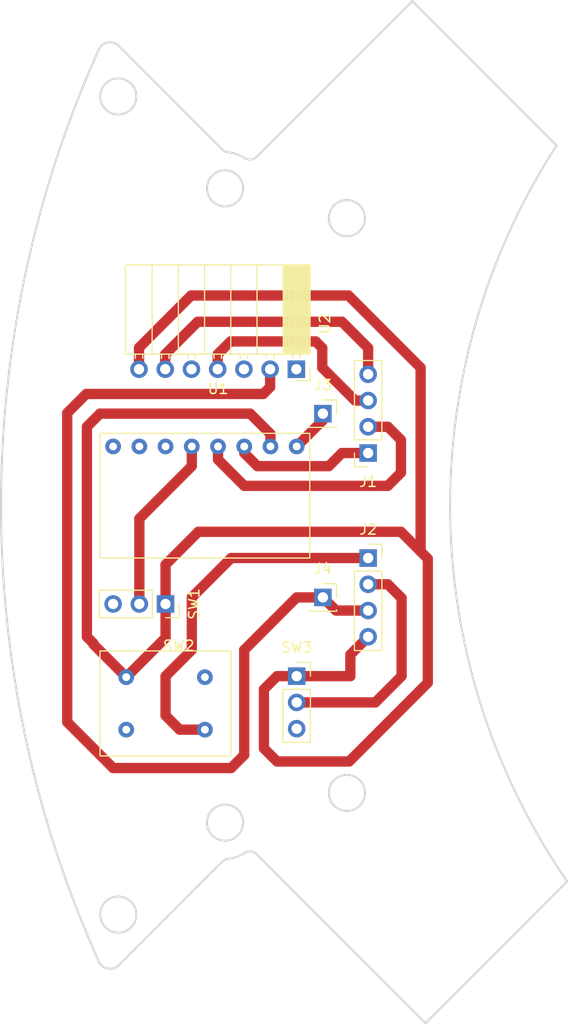
<source format=kicad_pcb>
(kicad_pcb (version 20211014) (generator pcbnew)
  (layers (0 "F.Cu" signal) (31 "B.Cu" signal) (34 "B.Paste" user) (35 "F.Paste" user) (36 "B.SilkS" user "B.Silkscreen") (37 "F.SilkS" user "F.Silkscreen") (38 "B.Mask" user) (39 "F.Mask" user) (44 "Edge.Cuts" user))
  (net 0 "")
  (net 1 "SCL")
  (net 2 "SDA")
  (net 3 "TX")
  (net 4 "RX")
  (net 5 "Gy_Rest")
  (net 6 "Change_CAM")
  (net 7 "+5V")
  (net 8 "GND")
  (net 9 "Net-(SW1-Pad2)")
  (net 17 "Net-(J3-Pad1)")
  (net 18 "unconnected-(U2-Pad1)")
  (footprint "Connector_PinSocket_2.54mm:PinSocket_1x04_P2.54mm_Vertical" (layer "F.Cu") (at 35.56 -5.08 180)
    (fp_text reference "J1" (at 0 -2.77) (layer "F.SilkS"))
    (fp_text value "I2C/Serial")
    (fp_line (start -1.33 1.27) (end 1.33 1.27) (layer "F.SilkS") (width 0.12))
    (fp_line (start -1.33 8.95) (end 1.33 8.95) (layer "F.SilkS") (width 0.12))
    (fp_line (start -1.33 1.27) (end -1.33 8.95) (layer "F.SilkS") (width 0.12))
    (fp_line (start 0 -1.33) (end 1.33 -1.33) (layer "F.SilkS") (width 0.12))
    (fp_line (start 1.33 1.27) (end 1.33 8.95) (layer "F.SilkS") (width 0.12))
    (fp_line (start 1.33 -1.33) (end 1.33 0) (layer "F.SilkS") (width 0.12))
    (pad "1" thru_hole rect (at 0 0 180) (size 1.7 1.7) (drill 1) (layers *.Cu *.Mask) (net 1 "SCL"))
    (pad "2" thru_hole oval (at 0 2.54 180) (size 1.7 1.7) (drill 1) (layers *.Cu *.Mask) (net 2 "SDA"))
    (pad "3" thru_hole oval (at 0 5.08 180) (size 1.7 1.7) (drill 1) (layers *.Cu *.Mask) (net 3 "TX"))
    (pad "4" thru_hole oval (at 0 7.62 180) (size 1.7 1.7) (drill 1) (layers *.Cu *.Mask) (net 4 "RX"))
  )
  (footprint "Connector_PinSocket_2.54mm:PinSocket_1x01_P2.54mm_Vertical" (layer "F.Cu") (at 31.17689 -8.89)
    (fp_text reference "J3" (at 0 -2.77) (layer "F.SilkS"))
    (fp_text value "A")
    (fp_line (start 1.33 -1.33) (end 1.33 0) (layer "F.SilkS") (width 0.12))
    (fp_line (start -1.33 1.21) (end -1.33 1.33) (layer "F.SilkS") (width 0.12))
    (fp_line (start 0 -1.33) (end 1.33 -1.33) (layer "F.SilkS") (width 0.12))
    (fp_line (start -1.33 1.33) (end 1.33 1.33) (layer "F.SilkS") (width 0.12))
    (fp_line (start 1.33 1.21) (end 1.33 1.33) (layer "F.SilkS") (width 0.12))
    (pad "1" thru_hole rect (at 0 0) (size 1.7 1.7) (drill 1) (layers *.Cu *.Mask) (net 17 "Net-(J3-Pad1)"))
  )
  (footprint "Connector_PinSocket_2.54mm:PinSocket_1x07_P2.54mm_Horizontal" (layer "F.Cu") (at 28.605 -13.19 -90)
    (fp_text reference "U2" (at -4.38 -2.77 90) (layer "F.SilkS"))
    (fp_text value "TweliteUART")
    (fp_line (start -10.09 -0.26524) (end -1.46 -0.26524) (layer "F.SilkS") (width 0.12))
    (fp_line (start -10.09 16.57) (end -1.46 16.57) (layer "F.SilkS") (width 0.12))
    (fp_line (start -10.09 -1.21) (end -1.46 -1.21) (layer "F.SilkS") (width 0.12))
    (fp_line (start -1.46 -1.33) (end -1.46 16.57) (layer "F.SilkS") (width 0.12))
    (fp_line (start -10.09 11.43) (end -1.46 11.43) (layer "F.SilkS") (width 0.12))
    (fp_line (start -1.46 0.36) (end -1.11 0.36) (layer "F.SilkS") (width 0.12))
    (fp_line (start -10.09 -0.97381) (end -1.46 -0.97381) (layer "F.SilkS") (width 0.12))
    (fp_line (start -10.09 0.67952) (end -1.46 0.67952) (layer "F.SilkS") (width 0.12))
    (fp_line (start -10.09 6.35) (end -1.46 6.35) (layer "F.SilkS") (width 0.12))
    (fp_line (start -10.09 1.1519) (end -1.46 1.1519) (layer "F.SilkS") (width 0.12))
    (fp_line (start -10.09 -0.855715) (end -1.46 -0.855715) (layer "F.SilkS") (width 0.12))
    (fp_line (start -10.09 1.27) (end -1.46 1.27) (layer "F.SilkS") (width 0.12))
    (fp_line (start -1.46 7.98) (end -1.05 7.98) (layer "F.SilkS") (width 0.12))
    (fp_line (start -1.46 2.9) (end -1.05 2.9) (layer "F.SilkS") (width 0.12))
    (fp_line (start -10.09 13.97) (end -1.46 13.97) (layer "F.SilkS") (width 0.12))
    (fp_line (start -10.09 8.89) (end -1.46 8.89) (layer "F.SilkS") (width 0.12))
    (fp_line (start -1.46 4.72) (end -1.05 4.72) (layer "F.SilkS") (width 0.12))
    (fp_line (start -10.09 0.91571) (end -1.46 0.91571) (layer "F.SilkS") (width 0.12))
    (fp_line (start -10.09 3.81) (end -1.46 3.81) (layer "F.SilkS") (width 0.12))
    (fp_line (start -10.09 0.325235) (end -1.46 0.325235) (layer "F.SilkS") (width 0.12))
    (fp_line (start -10.09 0.561425) (end -1.46 0.561425) (layer "F.SilkS") (width 0.12))
    (fp_line (start -1.46 9.8) (end -1.05 9.8) (layer "F.SilkS") (width 0.12))
    (fp_line (start -10.09 -0.73762) (end -1.46 -0.73762) (layer "F.SilkS") (width 0.12))
    (fp_line (start -10.09 0.797615) (end -1.46 0.797615) (layer "F.SilkS") (width 0.12))
    (fp_line (start -10.09 -0.619525) (end -1.46 -0.619525) (layer "F.SilkS") (width 0.12))
    (fp_line (start -1.46 14.88) (end -1.05 14.88) (layer "F.SilkS") (width 0.12))
    (fp_line (start -10.09 -0.147145) (end -1.46 -0.147145) (layer "F.SilkS") (width 0.12))
    (fp_line (start -10.09 -1.33) (end -10.09 16.57) (layer "F.SilkS") (width 0.12))
    (fp_line (start -10.09 0.089045) (end -1.46 0.089045) (layer "F.SilkS") (width 0.12))
    (fp_line (start -1.46 2.18) (end -1.05 2.18) (layer "F.SilkS") (width 0.12))
    (fp_line (start -10.09 0.44333) (end -1.46 0.44333) (layer "F.SilkS") (width 0.12))
    (fp_line (start -10.09 -0.383335) (end -1.46 -0.383335) (layer "F.SilkS") (width 0.12))
    (fp_line (start 0 -1.33) (end 1.11 -1.33) (layer "F.SilkS") (width 0.12))
    (fp_line (start -1.46 15.6) (end -1.05 15.6) (layer "F.SilkS") (width 0.12))
    (fp_line (start -1.46 7.26) (end -1.05 7.26) (layer "F.SilkS") (width 0.12))
    (fp_line (start -1.46 12.34) (end -1.05 12.34) (layer "F.SilkS") (width 0.12))
    (fp_line (start -10.09 -1.091905) (end -1.46 -1.091905) (layer "F.SilkS") (width 0.12))
    (fp_line (start -10.09 0.20714) (end -1.46 0.20714) (layer "F.SilkS") (width 0.12))
    (fp_line (start -10.09 -1.33) (end -1.46 -1.33) (layer "F.SilkS") (width 0.12))
    (fp_line (start -10.09 -0.02905) (end -1.46 -0.02905) (layer "F.SilkS") (width 0.12))
    (fp_line (start -1.46 10.52) (end -1.05 10.52) (layer "F.SilkS") (width 0.12))
    (fp_line (start 1.11 -1.33) (end 1.11 0) (layer "F.SilkS") (width 0.12))
    (fp_line (start -10.09 1.033805) (end -1.46 1.033805) (layer "F.SilkS") (width 0.12))
    (fp_line (start -1.46 5.44) (end -1.05 5.44) (layer "F.SilkS") (width 0.12))
    (fp_line (start -1.46 -0.36) (end -1.11 -0.36) (layer "F.SilkS") (width 0.12))
    (fp_line (start -10.09 -0.50143) (end -1.46 -0.50143) (layer "F.SilkS") (width 0.12))
    (fp_line (start -1.46 13.06) (end -1.05 13.06) (layer "F.SilkS") (width 0.12))
    (pad "1" thru_hole rect (at 0 0 270) (size 1.7 1.7) (drill 1) (layers *.Cu *.Mask) (net 18 "unconnected-(U2-Pad1)"))
    (pad "2" thru_hole oval (at 0 2.54 270) (size 1.7 1.7) (drill 1) (layers *.Cu *.Mask) (net 7 "+5V"))
    (pad "3" thru_hole oval (at 0 5.08 270) (size 1.7 1.7) (drill 1) (layers *.Cu *.Mask))
    (pad "4" thru_hole oval (at 0 7.62 270) (size 1.7 1.7) (drill 1) (layers *.Cu *.Mask) (net 3 "TX"))
    (pad "5" thru_hole oval (at 0 10.16 270) (size 1.7 1.7) (drill 1) (layers *.Cu *.Mask))
    (pad "6" thru_hole oval (at 0 12.7 270) (size 1.7 1.7) (drill 1) (layers *.Cu *.Mask) (net 4 "RX"))
    (pad "7" thru_hole oval (at 0 15.24 270) (size 1.7 1.7) (drill 1) (layers *.Cu *.Mask) (net 8 "GND"))
  )
  (footprint "Connector_PinSocket_2.54mm:PinSocket_1x03_P2.54mm_Vertical" (layer "F.Cu") (at 15.93689 9.525 -90)
    (fp_text reference "SW1" (at 0 -2.77 90) (layer "F.SilkS"))
    (fp_text value "Change_Adress")
    (fp_line (start 1.33 1.27) (end 1.33 6.41) (layer "F.SilkS") (width 0.12))
    (fp_line (start -1.33 1.27) (end -1.33 6.41) (layer "F.SilkS") (width 0.12))
    (fp_line (start -1.33 6.41) (end 1.33 6.41) (layer "F.SilkS") (width 0.12))
    (fp_line (start 0 -1.33) (end 1.33 -1.33) (layer "F.SilkS") (width 0.12))
    (fp_line (start 1.33 -1.33) (end 1.33 0) (layer "F.SilkS") (width 0.12))
    (fp_line (start -1.33 1.27) (end 1.33 1.27) (layer "F.SilkS") (width 0.12))
    (pad "1" thru_hole rect (at 0 0 270) (size 1.7 1.7) (drill 1) (layers *.Cu *.Mask) (net 8 "GND"))
    (pad "2" thru_hole oval (at 0 2.54 270) (size 1.7 1.7) (drill 1) (layers *.Cu *.Mask) (net 9 "Net-(SW1-Pad2)"))
    (pad "3" thru_hole oval (at 0 5.08 270) (size 1.7 1.7) (drill 1) (layers *.Cu *.Mask))
  )
  (footprint "Connector_PinSocket_2.54mm:PinSocket_1x03_P2.54mm_Vertical" (layer "F.Cu") (at 28.63689 16.51)
    (fp_text reference "SW3" (at 0 -2.77) (layer "F.SilkS"))
    (fp_text value "Change_CAM")
    (fp_line (start -1.33 6.41) (end 1.33 6.41) (layer "F.SilkS") (width 0.12))
    (fp_line (start 1.33 -1.33) (end 1.33 0) (layer "F.SilkS") (width 0.12))
    (fp_line (start 1.33 1.27) (end 1.33 6.41) (layer "F.SilkS") (width 0.12))
    (fp_line (start -1.33 1.27) (end -1.33 6.41) (layer "F.SilkS") (width 0.12))
    (fp_line (start 0 -1.33) (end 1.33 -1.33) (layer "F.SilkS") (width 0.12))
    (fp_line (start -1.33 1.27) (end 1.33 1.27) (layer "F.SilkS") (width 0.12))
    (pad "1" thru_hole rect (at 0 0) (size 1.7 1.7) (drill 1) (layers *.Cu *.Mask) (net 8 "GND"))
    (pad "2" thru_hole oval (at 0 2.54) (size 1.7 1.7) (drill 1) (layers *.Cu *.Mask) (net 6 "Change_CAM"))
    (pad "3" thru_hole oval (at 0 5.08) (size 1.7 1.7) (drill 1) (layers *.Cu *.Mask))
  )
  (footprint "Connector_PinSocket_2.54mm:PinSocket_1x01_P2.54mm_Vertical" (layer "F.Cu") (at 31.17689 8.89)
    (fp_text reference "J4" (at 0 -2.77) (layer "F.SilkS"))
    (fp_text value "B")
    (fp_line (start 1.33 1.21) (end 1.33 1.33) (layer "F.SilkS") (width 0.12))
    (fp_line (start -1.33 1.21) (end -1.33 1.33) (layer "F.SilkS") (width 0.12))
    (fp_line (start 1.33 -1.33) (end 1.33 0) (layer "F.SilkS") (width 0.12))
    (fp_line (start 0 -1.33) (end 1.33 -1.33) (layer "F.SilkS") (width 0.12))
    (fp_line (start -1.33 1.33) (end 1.33 1.33) (layer "F.SilkS") (width 0.12))
    (pad "1" thru_hole rect (at 0 0) (size 1.7 1.7) (drill 1) (layers *.Cu *.Mask) (net 7 "+5V"))
  )
  (footprint "BNO055:BNO055V2" (layer "F.Cu") (at 21.01689 -10.795)
    (fp_text reference "U1" (at 0 -0.5 unlocked) (layer "F.SilkS"))
    (fp_text value "BNO055V2")
    (fp_rect (start -11.43 3.81) (end 8.89 15.875) (layer "F.SilkS") (width 0.12) (fill none))
    (pad "1" thru_hole circle (at -10.16 5.08) (size 1.524 1.524) (drill 0.762) (layers *.Cu *.Mask))
    (pad "2" thru_hole circle (at -7.62 5.08) (size 1.524 1.524) (drill 0.762) (layers *.Cu *.Mask))
    (pad "3" thru_hole circle (at -5.08 5.08) (size 1.524 1.524) (drill 0.762) (layers *.Cu *.Mask))
    (pad "4" thru_hole circle (at -2.54 5.08) (size 1.524 1.524) (drill 0.762) (layers *.Cu *.Mask) (net 9 "Net-(SW1-Pad2)"))
    (pad "5" thru_hole circle (at 0 5.08) (size 1.524 1.524) (drill 0.762) (layers *.Cu *.Mask) (net 2 "SDA"))
    (pad "6" thru_hole circle (at 2.54 5.08) (size 1.524 1.524) (drill 0.762) (layers *.Cu *.Mask) (net 1 "SCL"))
    (pad "7" thru_hole circle (at 5.08 5.08) (size 1.524 1.524) (drill 0.762) (layers *.Cu *.Mask) (net 8 "GND"))
    (pad "8" thru_hole circle (at 7.62 5.08) (size 1.524 1.524) (drill 0.762) (layers *.Cu *.Mask) (net 17 "Net-(J3-Pad1)"))
  )
  (footprint "TACTSW:TACTSW" (layer "F.Cu") (at 17.20689 14.065)
    (fp_text reference "SW2" (at 0 -0.5 unlocked) (layer "F.SilkS"))
    (fp_text value "Gy_Reset")
    (fp_rect (start -7.62 0) (end 5.08 10.16) (layer "F.SilkS") (width 0.12) (fill none))
    (pad "1" thru_hole circle (at -5.08 2.54) (size 1.524 1.524) (drill 0.762) (layers *.Cu *.Mask) (net 8 "GND"))
    (pad "2" thru_hole circle (at -5.08 7.62) (size 1.524 1.524) (drill 0.762) (layers *.Cu *.Mask))
    (pad "3" thru_hole circle (at 2.54 2.54) (size 1.524 1.524) (drill 0.762) (layers *.Cu *.Mask))
    (pad "4" thru_hole circle (at 2.54 7.62) (size 1.524 1.524) (drill 0.762) (layers *.Cu *.Mask) (net 5 "Gy_Rest"))
  )
  (footprint "Connector_PinSocket_2.54mm:PinSocket_1x04_P2.54mm_Vertical" (layer "F.Cu") (at 35.56 5.08)
    (fp_text reference "J2" (at 0 -2.77) (layer "F.SilkS"))
    (fp_text value "Digital/5V/GND")
    (fp_line (start -1.33 8.95) (end 1.33 8.95) (layer "F.SilkS") (width 0.12))
    (fp_line (start -1.33 1.27) (end 1.33 1.27) (layer "F.SilkS") (width 0.12))
    (fp_line (start 1.33 1.27) (end 1.33 8.95) (layer "F.SilkS") (width 0.12))
    (fp_line (start 1.33 -1.33) (end 1.33 0) (layer "F.SilkS") (width 0.12))
    (fp_line (start -1.33 1.27) (end -1.33 8.95) (layer "F.SilkS") (width 0.12))
    (fp_line (start 0 -1.33) (end 1.33 -1.33) (layer "F.SilkS") (width 0.12))
    (pad "1" thru_hole rect (at 0 0) (size 1.7 1.7) (drill 1) (layers *.Cu *.Mask) (net 5 "Gy_Rest"))
    (pad "2" thru_hole oval (at 0 2.54) (size 1.7 1.7) (drill 1) (layers *.Cu *.Mask) (net 6 "Change_CAM"))
    (pad "3" thru_hole oval (at 0 5.08) (size 1.7 1.7) (drill 1) (layers *.Cu *.Mask) (net 7 "+5V"))
    (pad "4" thru_hole oval (at 0 7.62) (size 1.7 1.7) (drill 1) (layers *.Cu *.Mask) (net 8 "GND"))
  )
  (gr_arc (start 54.840516 36.372778) (mid 43.506721 0.927622) (end 53.80837 -34.831154) (layer "Edge.Cuts") (width 0.2))
  (gr_line (start 21.453922 34.427282) (end 11.411159 44.470045) (layer "Edge.Cuts") (width 0.2))
  (gr_arc (start 24.745686 -33.7265) (mid 24.201827 -33.467672) (end 23.616521 -33.609783) (layer "Edge.Cuts") (width 0.2))
  (gr_circle (center 33.499998 -27.800002) (end 31.749998 -27.800002) (layer "Edge.Cuts") (width 0.2) (fill none))
  (gr_arc (start 23.616521 33.609779) (mid 22.84788 33.987489) (end 22.010521 34.167223) (layer "Edge.Cuts") (width 0.2))
  (gr_line (start 41.116242 50.097052) (end 24.745686 33.726496) (layer "Edge.Cuts") (width 0.2))
  (gr_line (start 21.453922 -34.427286) (end 11.411159 -44.470049) (layer "Edge.Cuts") (width 0.2))
  (gr_circle (center 11.35598 39.575474) (end 9.60598 39.575474) (layer "Edge.Cuts") (width 0.2) (fill none))
  (gr_circle (center 33.499998 27.799998) (end 31.749998 27.799998) (layer "Edge.Cuts") (width 0.2) (fill none))
  (gr_arc (start 9.468323 -44.113953) (mid 10.346286 -44.801882) (end 11.411159 -44.470049) (layer "Edge.Cuts") (width 0.2))
  (gr_circle (center 21.700197 30.681007) (end 19.950197 30.681007) (layer "Edge.Cuts") (width 0.2) (fill none))
  (gr_line (start 53.80837 -34.831154) (end 39.829355 -48.810169) (layer "Edge.Cuts") (width 0.2))
  (gr_arc (start 11.411159 44.470045) (mid 10.3463 44.801819) (end 9.468324 44.113952) (layer "Edge.Cuts") (width 0.2))
  (gr_arc (start 23.616521 33.609779) (mid 24.201828 33.467658) (end 24.745686 33.726496) (layer "Edge.Cuts") (width 0.2))
  (gr_circle (center 11.35598 -39.575478) (end 9.60598 -39.575478) (layer "Edge.Cuts") (width 0.2) (fill none))
  (gr_arc (start 22.010521 -34.167227) (mid 21.709353 -34.248308) (end 21.453922 -34.427286) (layer "Edge.Cuts") (width 0.2))
  (gr_line (start 39.829355 -48.810169) (end 24.745686 -33.7265) (layer "Edge.Cuts") (width 0.2))
  (gr_arc (start 21.453922 34.427282) (mid 21.709335 34.248261) (end 22.010521 34.167223) (layer "Edge.Cuts") (width 0.2))
  (gr_arc (start 22.010521 -34.167227) (mid 22.84788 -33.987494) (end 23.616521 -33.609783) (layer "Edge.Cuts") (width 0.2))
  (gr_line (start 54.840516 36.372778) (end 41.116242 50.097052) (layer "Edge.Cuts") (width 0.2))
  (gr_circle (center 21.700197 -30.681011) (end 19.950197 -30.681011) (layer "Edge.Cuts") (width 0.2) (fill none))
  (gr_arc (start 9.468324 44.113952) (mid -0.000001 0) (end 9.468323 -44.113953) (layer "Edge.Cuts") (width 0.2))
  (segment (start 31.75 -3.81) (end 33.02 -5.08) (width 1) (layer "F.Cu") (net 1))
  (segment (start 24.82689 -3.81) (end 31.75 -3.81) (width 1) (layer "F.Cu") (net 1))
  (segment (start 33.02 -5.08) (end 35.56 -5.08) (width 1) (layer "F.Cu") (net 1))
  (segment (start 23.55689 -5.08) (end 24.82689 -3.81) (width 1) (layer "F.Cu") (net 1))
  (segment (start 21.01689 -4.445) (end 23.55689 -1.905) (width 1) (layer "F.Cu") (net 2))
  (segment (start 37.465 -1.905) (end 38.735 -3.175) (width 1) (layer "F.Cu") (net 2))
  (segment (start 37.465 -7.62) (end 35.56 -7.62) (width 1) (layer "F.Cu") (net 2))
  (segment (start 23.55689 -1.905) (end 37.465 -1.905) (width 1) (layer "F.Cu") (net 2))
  (segment (start 38.735 -6.35) (end 37.465 -7.62) (width 1) (layer "F.Cu") (net 2))
  (segment (start 21.01689 -5.715) (end 21.01689 -4.445) (width 1) (layer "F.Cu") (net 2))
  (segment (start 38.735 -3.175) (end 38.735 -6.35) (width 1) (layer "F.Cu") (net 2))
  (segment (start 30.48 -15.875) (end 22.225 -15.875) (width 1) (layer "F.Cu") (net 3))
  (segment (start 31.115 -15.24) (end 30.48 -15.875) (width 1) (layer "F.Cu") (net 3))
  (segment (start 22.225 -15.875) (end 20.985 -14.635) (width 1) (layer "F.Cu") (net 3))
  (segment (start 20.985 -14.635) (end 20.985 -13.19) (width 1) (layer "F.Cu") (net 3))
  (segment (start 31.115 -13.335) (end 31.115 -15.24) (width 1) (layer "F.Cu") (net 3))
  (segment (start 35.56 -10.16) (end 34.29 -10.16) (width 1) (layer "F.Cu") (net 3))
  (segment (start 34.29 -10.16) (end 31.115 -13.335) (width 1) (layer "F.Cu") (net 3))
  (segment (start 19.05 -17.78) (end 33.02 -17.78) (width 1) (layer "F.Cu") (net 4))
  (segment (start 15.905 -14.635) (end 19.05 -17.78) (width 1) (layer "F.Cu") (net 4))
  (segment (start 35.56 -15.24) (end 35.56 -12.7) (width 1) (layer "F.Cu") (net 4))
  (segment (start 15.905 -13.19) (end 15.905 -14.635) (width 1) (layer "F.Cu") (net 4))
  (segment (start 33.02 -17.78) (end 35.56 -15.24) (width 1) (layer "F.Cu") (net 4))
  (segment (start 18.47689 8.89) (end 18.47689 13.97) (width 1) (layer "F.Cu") (net 5))
  (segment (start 22.28689 5.08) (end 18.47689 8.89) (width 1) (layer "F.Cu") (net 5))
  (segment (start 15.93689 20.32) (end 17.30189 21.685) (width 1) (layer "F.Cu") (net 5))
  (segment (start 15.93689 16.51) (end 15.93689 20.32) (width 1) (layer "F.Cu") (net 5))
  (segment (start 35.56 5.08) (end 22.28689 5.08) (width 1) (layer "F.Cu") (net 5))
  (segment (start 17.30189 21.685) (end 19.74689 21.685) (width 1) (layer "F.Cu") (net 5))
  (segment (start 18.47689 13.97) (end 15.93689 16.51) (width 1) (layer "F.Cu") (net 5))
  (segment (start 36.25689 19.05) (end 28.63689 19.05) (width 1) (layer "F.Cu") (net 6))
  (segment (start 35.56 7.62) (end 37.465 7.62) (width 1) (layer "F.Cu") (net 6))
  (segment (start 37.465 7.62) (end 38.79689 8.95189) (width 1) (layer "F.Cu") (net 6))
  (segment (start 38.79689 16.51) (end 36.25689 19.05) (width 1) (layer "F.Cu") (net 6))
  (segment (start 38.79689 8.95189) (end 38.79689 16.51) (width 1) (layer "F.Cu") (net 6))
  (segment (start 8.255 -10.795) (end 6.41189 -8.95189) (width 1) (layer "F.Cu") (net 7))
  (segment (start 23.55689 24.13) (end 23.55689 13.97) (width 1) (layer "F.Cu") (net 7))
  (segment (start 6.41189 -8.95189) (end 6.41189 20.955) (width 1) (layer "F.Cu") (net 7))
  (segment (start 10.85689 25.4) (end 22.28689 25.4) (width 1) (layer "F.Cu") (net 7))
  (segment (start 32.44689 10.16) (end 31.17689 8.89) (width 1) (layer "F.Cu") (net 7))
  (segment (start 6.41189 20.955) (end 10.85689 25.4) (width 1) (layer "F.Cu") (net 7))
  (segment (start 26.065 -13.19) (end 26.065 -11.46) (width 1) (layer "F.Cu") (net 7))
  (segment (start 35.56 10.16) (end 32.44689 10.16) (width 1) (layer "F.Cu") (net 7))
  (segment (start 26.065 -11.46) (end 25.4 -10.795) (width 1) (layer "F.Cu") (net 7))
  (segment (start 28.63689 8.89) (end 25.97689 11.55) (width 1) (layer "F.Cu") (net 7))
  (segment (start 25.4 -10.795) (end 8.255 -10.795) (width 1) (layer "F.Cu") (net 7))
  (segment (start 23.55689 13.97) (end 25.97689 11.55) (width 1) (layer "F.Cu") (net 7))
  (segment (start 22.28689 25.4) (end 23.55689 24.13) (width 1) (layer "F.Cu") (net 7))
  (segment (start 31.17689 8.89) (end 28.63689 8.89) (width 1) (layer "F.Cu") (net 7))
  (segment (start 33.83689 14.42311) (end 33.83689 16.51) (width 1) (layer "F.Cu") (net 8))
  (segment (start 28.63689 16.51) (end 33.83689 16.51) (width 1) (layer "F.Cu") (net 8))
  (segment (start 26.73189 24.765) (end 33.71689 24.765) (width 1) (layer "F.Cu") (net 8))
  (segment (start 40.64 -13.335) (end 40.64 4.445) (width 1) (layer "F.Cu") (net 8))
  (segment (start 15.93689 5.715) (end 15.93689 12.795) (width 1) (layer "F.Cu") (net 8))
  (segment (start 15.93689 12.795) (end 12.12689 16.605) (width 1) (layer "F.Cu") (net 8))
  (segment (start 26.73189 16.51) (end 25.46189 17.78) (width 1) (layer "F.Cu") (net 8))
  (segment (start 33.655 -20.32) (end 40.64 -13.335) (width 1) (layer "F.Cu") (net 8))
  (segment (start 8.95189 13.43) (end 8.95189 13.335) (width 1) (layer "F.Cu") (net 8))
  (segment (start 12.12689 16.605) (end 8.95189 13.43) (width 1) (layer "F.Cu") (net 8))
  (segment (start 24.13 -8.89) (end 9.58689 -8.89) (width 1) (layer "F.Cu") (net 8))
  (segment (start 26.09689 -6.92311) (end 24.13 -8.89) (width 1) (layer "F.Cu") (net 8))
  (segment (start 8.31689 -7.62) (end 9.58689 -8.89) (width 1) (layer "F.Cu") (net 8))
  (segment (start 8.31689 12.7) (end 8.31689 -7.62) (width 1) (layer "F.Cu") (net 8))
  (segment (start 41.33689 5.14189) (end 40.64 4.445) (width 1) (layer "F.Cu") (net 8))
  (segment (start 8.95189 13.335) (end 8.31689 12.7) (width 1) (layer "F.Cu") (net 8))
  (segment (start 18.415 -20.32) (end 33.655 -20.32) (width 1) (layer "F.Cu") (net 8))
  (segment (start 25.46189 23.495) (end 26.73189 24.765) (width 1) (layer "F.Cu") (net 8))
  (segment (start 35.56 12.7) (end 33.83689 14.42311) (width 1) (layer "F.Cu") (net 8))
  (segment (start 25.46189 17.78) (end 25.46189 23.495) (width 1) (layer "F.Cu") (net 8))
  (segment (start 13.365 -15.27) (end 18.415 -20.32) (width 1) (layer "F.Cu") (net 8))
  (segment (start 13.365 -13.19) (end 13.365 -15.27) (width 1) (layer "F.Cu") (net 8))
  (segment (start 38.735 2.54) (end 19.11189 2.54) (width 1) (layer "F.Cu") (net 8))
  (segment (start 40.64 4.445) (end 38.735 2.54) (width 1) (layer "F.Cu") (net 8))
  (segment (start 28.63689 16.51) (end 26.73189 16.51) (width 1) (layer "F.Cu") (net 8))
  (segment (start 26.09689 -5.715) (end 26.09689 -6.92311) (width 1) (layer "F.Cu") (net 8))
  (segment (start 19.11189 2.54) (end 15.93689 5.715) (width 1) (layer "F.Cu") (net 8))
  (segment (start 41.33689 17.145) (end 41.33689 5.14189) (width 1) (layer "F.Cu") (net 8))
  (segment (start 33.71689 24.765) (end 41.33689 17.145) (width 1) (layer "F.Cu") (net 8))
  (segment (start 13.39689 8.89) (end 13.39689 1.27) (width 1) (layer "F.Cu") (net 9))
  (segment (start 13.39689 1.27) (end 18.47689 -3.81) (width 1) (layer "F.Cu") (net 9))
  (segment (start 18.47689 -3.81) (end 18.47689 -5.715) (width 1) (layer "F.Cu") (net 9))
  (segment (start 31.17689 -8.255) (end 28.63689 -5.715) (width 1) (layer "F.Cu") (net 17))
  (segment (start 31.17689 -8.89) (end 31.17689 -8.255) (width 1) (layer "F.Cu") (net 17))
  (segment (start 28.63689 -13.15811) (end 28.605 -13.19) (width 1) (layer "F.Cu") (net 18))
)
</source>
